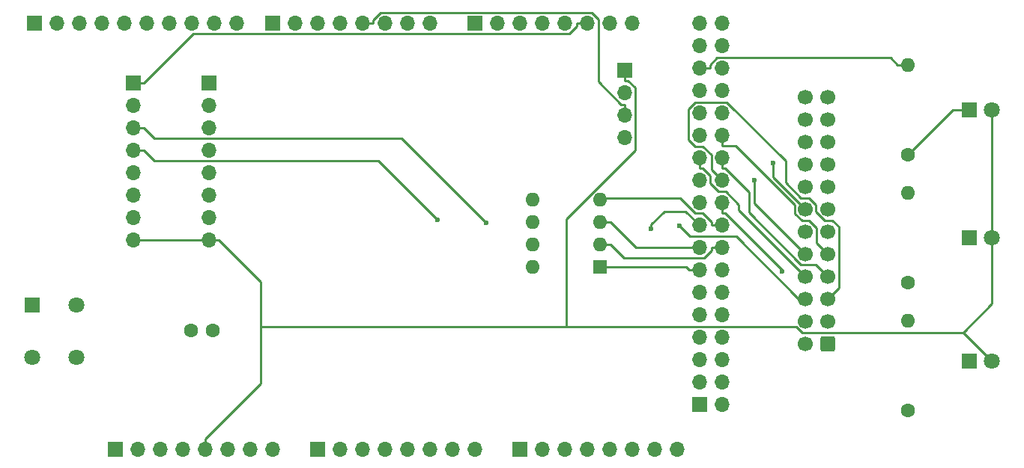
<source format=gbr>
%TF.GenerationSoftware,KiCad,Pcbnew,8.0.3*%
%TF.CreationDate,2024-07-07T09:09:28+10:00*%
%TF.ProjectId,sd-card-shield,73642d63-6172-4642-9d73-6869656c642e,rev?*%
%TF.SameCoordinates,Original*%
%TF.FileFunction,Copper,L1,Top*%
%TF.FilePolarity,Positive*%
%FSLAX46Y46*%
G04 Gerber Fmt 4.6, Leading zero omitted, Abs format (unit mm)*
G04 Created by KiCad (PCBNEW 8.0.3) date 2024-07-07 09:09:28*
%MOMM*%
%LPD*%
G01*
G04 APERTURE LIST*
G04 Aperture macros list*
%AMRoundRect*
0 Rectangle with rounded corners*
0 $1 Rounding radius*
0 $2 $3 $4 $5 $6 $7 $8 $9 X,Y pos of 4 corners*
0 Add a 4 corners polygon primitive as box body*
4,1,4,$2,$3,$4,$5,$6,$7,$8,$9,$2,$3,0*
0 Add four circle primitives for the rounded corners*
1,1,$1+$1,$2,$3*
1,1,$1+$1,$4,$5*
1,1,$1+$1,$6,$7*
1,1,$1+$1,$8,$9*
0 Add four rect primitives between the rounded corners*
20,1,$1+$1,$2,$3,$4,$5,0*
20,1,$1+$1,$4,$5,$6,$7,0*
20,1,$1+$1,$6,$7,$8,$9,0*
20,1,$1+$1,$8,$9,$2,$3,0*%
G04 Aperture macros list end*
%TA.AperFunction,ComponentPad*%
%ADD10R,1.700000X1.700000*%
%TD*%
%TA.AperFunction,ComponentPad*%
%ADD11O,1.700000X1.700000*%
%TD*%
%TA.AperFunction,ComponentPad*%
%ADD12C,1.600000*%
%TD*%
%TA.AperFunction,ComponentPad*%
%ADD13O,1.600000X1.600000*%
%TD*%
%TA.AperFunction,ComponentPad*%
%ADD14R,1.800000X1.800000*%
%TD*%
%TA.AperFunction,ComponentPad*%
%ADD15C,1.800000*%
%TD*%
%TA.AperFunction,ComponentPad*%
%ADD16C,1.700000*%
%TD*%
%TA.AperFunction,ComponentPad*%
%ADD17RoundRect,0.250000X0.600000X0.600000X-0.600000X0.600000X-0.600000X-0.600000X0.600000X-0.600000X0*%
%TD*%
%TA.AperFunction,ComponentPad*%
%ADD18R,1.600000X1.600000*%
%TD*%
%TA.AperFunction,ViaPad*%
%ADD19C,0.600000*%
%TD*%
%TA.AperFunction,Conductor*%
%ADD20C,0.250000*%
%TD*%
G04 APERTURE END LIST*
D10*
%TO.P,J4,1,Pin_1*%
%TO.N,+5V*%
X185500000Y-54500000D03*
D11*
%TO.P,J4,2,Pin_2*%
%TO.N,Net-(J4-Pin_2)*%
X185500000Y-57040000D03*
%TO.P,J4,3,Pin_3*%
%TO.N,Net-(J4-Pin_3)*%
X185500000Y-59580000D03*
%TO.P,J4,4,Pin_4*%
%TO.N,GND*%
X185500000Y-62120000D03*
%TD*%
D10*
%TO.P,P1,1,Pin_1*%
%TO.N,GND*%
X193980000Y-92380000D03*
D11*
%TO.P,P1,2,Pin_2*%
X196520000Y-92380000D03*
%TO.P,P1,3,Pin_3*%
%TO.N,Net-(J1-Pin_5)*%
X193980000Y-89840000D03*
%TO.P,P1,4,Pin_4*%
%TO.N,Net-(J1-Pin_2)*%
X196520000Y-89840000D03*
%TO.P,P1,5,Pin_5*%
%TO.N,Net-(J1-Pin_4)*%
X193980000Y-87300000D03*
%TO.P,P1,6,Pin_6*%
%TO.N,Net-(J1-Pin_3)*%
X196520000Y-87300000D03*
%TO.P,P1,7,Pin_7*%
%TO.N,Net-(J3-Pin_14)*%
X193980000Y-84760000D03*
%TO.P,P1,8,Pin_8*%
%TO.N,Net-(J3-Pin_11)*%
X196520000Y-84760000D03*
%TO.P,P1,9,Pin_9*%
%TO.N,Net-(J3-Pin_16)*%
X193980000Y-82220000D03*
%TO.P,P1,10,Pin_10*%
%TO.N,Net-(J3-Pin_13)*%
X196520000Y-82220000D03*
%TO.P,P1,11,Pin_11*%
%TO.N,Net-(J3-Pin_18)*%
X193980000Y-79680000D03*
%TO.P,P1,12,Pin_12*%
%TO.N,Net-(J3-Pin_17)*%
X196520000Y-79680000D03*
%TO.P,P1,13,Pin_13*%
%TO.N,OPTION_1*%
X193980000Y-77140000D03*
%TO.P,P1,14,Pin_14*%
%TO.N,Net-(J3-Pin_21)*%
X196520000Y-77140000D03*
%TO.P,P1,15,Pin_15*%
%TO.N,OPTION_3*%
X193980000Y-74600000D03*
%TO.P,P1,16,Pin_16*%
%TO.N,OPTION_2*%
X196520000Y-74600000D03*
%TO.P,P1,17,Pin_17*%
%TO.N,GND*%
X193980000Y-72060000D03*
%TO.P,P1,18,Pin_18*%
%TO.N,OPTION_4*%
X196520000Y-72060000D03*
%TO.P,P1,19,Pin_19*%
%TO.N,DATA_1*%
X193980000Y-69520000D03*
%TO.P,P1,20,Pin_20*%
%TO.N,DATA_0*%
X196520000Y-69520000D03*
%TO.P,P1,21,Pin_21*%
%TO.N,DATA_3*%
X193980000Y-66980000D03*
%TO.P,P1,22,Pin_22*%
%TO.N,DATA_2*%
X196520000Y-66980000D03*
%TO.P,P1,23,Pin_23*%
%TO.N,DATA_5*%
X193980000Y-64440000D03*
%TO.P,P1,24,Pin_24*%
%TO.N,DATA_4*%
X196520000Y-64440000D03*
%TO.P,P1,25,Pin_25*%
%TO.N,DATA_7*%
X193980000Y-61900000D03*
%TO.P,P1,26,Pin_26*%
%TO.N,DATA_6*%
X196520000Y-61900000D03*
%TO.P,P1,27,Pin_27*%
%TO.N,unconnected-(P1-Pin_27-Pad27)*%
X193980000Y-59360000D03*
%TO.P,P1,28,Pin_28*%
%TO.N,unconnected-(P1-Pin_28-Pad28)*%
X196520000Y-59360000D03*
%TO.P,P1,29,Pin_29*%
%TO.N,unconnected-(P1-Pin_29-Pad29)*%
X193980000Y-56820000D03*
%TO.P,P1,30,Pin_30*%
%TO.N,unconnected-(P1-Pin_30-Pad30)*%
X196520000Y-56820000D03*
%TO.P,P1,31,Pin_31*%
%TO.N,Net-(P1-Pin_31)*%
X193980000Y-54280000D03*
%TO.P,P1,32,Pin_32*%
%TO.N,unconnected-(P1-Pin_32-Pad32)*%
X196520000Y-54280000D03*
%TO.P,P1,33,Pin_33*%
%TO.N,Net-(P1-Pin_33)*%
X193980000Y-51740000D03*
%TO.P,P1,34,Pin_34*%
%TO.N,Net-(P1-Pin_34)*%
X196520000Y-51740000D03*
%TO.P,P1,35,Pin_35*%
%TO.N,unconnected-(P1-Pin_35-Pad35)*%
X193980000Y-49200000D03*
%TO.P,P1,36,Pin_36*%
%TO.N,unconnected-(P1-Pin_36-Pad36)*%
X196520000Y-49200000D03*
%TD*%
D10*
%TO.P,P2,1,Pin_1*%
%TO.N,unconnected-(P2-Pin_1-Pad1)*%
X127940000Y-97460000D03*
D11*
%TO.P,P2,2,Pin_2*%
%TO.N,unconnected-(P2-Pin_2-Pad2)*%
X130480000Y-97460000D03*
%TO.P,P2,3,Pin_3*%
%TO.N,Net-(P2-Pin_3)*%
X133020000Y-97460000D03*
%TO.P,P2,4,Pin_4*%
%TO.N,+3V3*%
X135560000Y-97460000D03*
%TO.P,P2,5,Pin_5*%
%TO.N,+5V*%
X138100000Y-97460000D03*
%TO.P,P2,6,Pin_6*%
%TO.N,GND*%
X140640000Y-97460000D03*
%TO.P,P2,7,Pin_7*%
X143180000Y-97460000D03*
%TO.P,P2,8,Pin_8*%
%TO.N,+8V*%
X145720000Y-97460000D03*
%TD*%
D10*
%TO.P,P3,1,Pin_1*%
%TO.N,unconnected-(P3-Pin_1-Pad1)*%
X150800000Y-97460000D03*
D11*
%TO.P,P3,2,Pin_2*%
%TO.N,unconnected-(P3-Pin_2-Pad2)*%
X153340000Y-97460000D03*
%TO.P,P3,3,Pin_3*%
%TO.N,unconnected-(P3-Pin_3-Pad3)*%
X155880000Y-97460000D03*
%TO.P,P3,4,Pin_4*%
%TO.N,unconnected-(P3-Pin_4-Pad4)*%
X158420000Y-97460000D03*
%TO.P,P3,5,Pin_5*%
%TO.N,unconnected-(P3-Pin_5-Pad5)*%
X160960000Y-97460000D03*
%TO.P,P3,6,Pin_6*%
%TO.N,unconnected-(P3-Pin_6-Pad6)*%
X163500000Y-97460000D03*
%TO.P,P3,7,Pin_7*%
%TO.N,unconnected-(P3-Pin_7-Pad7)*%
X166040000Y-97460000D03*
%TO.P,P3,8,Pin_8*%
%TO.N,unconnected-(P3-Pin_8-Pad8)*%
X168580000Y-97460000D03*
%TD*%
D10*
%TO.P,P4,1,Pin_1*%
%TO.N,unconnected-(P4-Pin_1-Pad1)*%
X173660000Y-97460000D03*
D11*
%TO.P,P4,2,Pin_2*%
%TO.N,unconnected-(P4-Pin_2-Pad2)*%
X176200000Y-97460000D03*
%TO.P,P4,3,Pin_3*%
%TO.N,unconnected-(P4-Pin_3-Pad3)*%
X178740000Y-97460000D03*
%TO.P,P4,4,Pin_4*%
%TO.N,unconnected-(P4-Pin_4-Pad4)*%
X181280000Y-97460000D03*
%TO.P,P4,5,Pin_5*%
%TO.N,unconnected-(P4-Pin_5-Pad5)*%
X183820000Y-97460000D03*
%TO.P,P4,6,Pin_6*%
%TO.N,unconnected-(P4-Pin_6-Pad6)*%
X186360000Y-97460000D03*
%TO.P,P4,7,Pin_7*%
%TO.N,unconnected-(P4-Pin_7-Pad7)*%
X188900000Y-97460000D03*
%TO.P,P4,8,Pin_8*%
%TO.N,unconnected-(P4-Pin_8-Pad8)*%
X191440000Y-97460000D03*
%TD*%
D10*
%TO.P,P5,1,Pin_1*%
%TO.N,unconnected-(P5-Pin_1-Pad1)*%
X118796000Y-49200000D03*
D11*
%TO.P,P5,2,Pin_2*%
%TO.N,unconnected-(P5-Pin_2-Pad2)*%
X121336000Y-49200000D03*
%TO.P,P5,3,Pin_3*%
%TO.N,unconnected-(P5-Pin_3-Pad3)*%
X123876000Y-49200000D03*
%TO.P,P5,4,Pin_4*%
%TO.N,GND*%
X126416000Y-49200000D03*
%TO.P,P5,5,Pin_5*%
%TO.N,unconnected-(P5-Pin_5-Pad5)*%
X128956000Y-49200000D03*
%TO.P,P5,6,Pin_6*%
%TO.N,unconnected-(P5-Pin_6-Pad6)*%
X131496000Y-49200000D03*
%TO.P,P5,7,Pin_7*%
%TO.N,unconnected-(P5-Pin_7-Pad7)*%
X134036000Y-49200000D03*
%TO.P,P5,8,Pin_8*%
%TO.N,unconnected-(P5-Pin_8-Pad8)*%
X136576000Y-49200000D03*
%TO.P,P5,9,Pin_9*%
%TO.N,unconnected-(P5-Pin_9-Pad9)*%
X139116000Y-49200000D03*
%TO.P,P5,10,Pin_10*%
%TO.N,unconnected-(P5-Pin_10-Pad10)*%
X141656000Y-49200000D03*
%TD*%
D10*
%TO.P,P6,1,Pin_1*%
%TO.N,unconnected-(P6-Pin_1-Pad1)*%
X145720000Y-49200000D03*
D11*
%TO.P,P6,2,Pin_2*%
%TO.N,unconnected-(P6-Pin_2-Pad2)*%
X148260000Y-49200000D03*
%TO.P,P6,3,Pin_3*%
%TO.N,unconnected-(P6-Pin_3-Pad3)*%
X150800000Y-49200000D03*
%TO.P,P6,4,Pin_4*%
%TO.N,unconnected-(P6-Pin_4-Pad4)*%
X153340000Y-49200000D03*
%TO.P,P6,5,Pin_5*%
%TO.N,Net-(J4-Pin_3)*%
X155880000Y-49200000D03*
%TO.P,P6,6,Pin_6*%
%TO.N,Net-(J4-Pin_2)*%
X158420000Y-49200000D03*
%TO.P,P6,7,Pin_7*%
%TO.N,unconnected-(P6-Pin_7-Pad7)*%
X160960000Y-49200000D03*
%TO.P,P6,8,Pin_8*%
%TO.N,unconnected-(P6-Pin_8-Pad8)*%
X163500000Y-49200000D03*
%TD*%
D10*
%TO.P,P7,1,Pin_1*%
%TO.N,unconnected-(P7-Pin_1-Pad1)*%
X168580000Y-49200000D03*
D11*
%TO.P,P7,2,Pin_2*%
%TO.N,unconnected-(P7-Pin_2-Pad2)*%
X171120000Y-49200000D03*
%TO.P,P7,3,Pin_3*%
%TO.N,unconnected-(P7-Pin_3-Pad3)*%
X173660000Y-49200000D03*
%TO.P,P7,4,Pin_4*%
%TO.N,unconnected-(P7-Pin_4-Pad4)*%
X176200000Y-49200000D03*
%TO.P,P7,5,Pin_5*%
%TO.N,unconnected-(P7-Pin_5-Pad5)*%
X178740000Y-49200000D03*
%TO.P,P7,6,Pin_6*%
%TO.N,Net-(J1-Pin_1)*%
X181280000Y-49200000D03*
%TO.P,P7,7,Pin_7*%
%TO.N,Net-(J2-Pin_5)*%
X183820000Y-49200000D03*
%TO.P,P7,8,Pin_8*%
%TO.N,Net-(J2-Pin_6)*%
X186360000Y-49200000D03*
%TD*%
D12*
%TO.P,R3,1*%
%TO.N,Net-(LED3-K)*%
X217500000Y-64080000D03*
D13*
%TO.P,R3,2*%
%TO.N,Net-(P1-Pin_31)*%
X217500000Y-53920000D03*
%TD*%
D12*
%TO.P,R1,1*%
%TO.N,Net-(LED1-K)*%
X217500000Y-93080000D03*
D13*
%TO.P,R1,2*%
%TO.N,Net-(P1-Pin_33)*%
X217500000Y-82920000D03*
%TD*%
D10*
%TO.P,J1,1,Pin_1*%
%TO.N,Net-(J1-Pin_1)*%
X130000000Y-56000000D03*
D11*
%TO.P,J1,2,Pin_2*%
%TO.N,Net-(J1-Pin_2)*%
X130000000Y-58540000D03*
%TO.P,J1,3,Pin_3*%
%TO.N,Net-(J1-Pin_3)*%
X130000000Y-61080000D03*
%TO.P,J1,4,Pin_4*%
%TO.N,Net-(J1-Pin_4)*%
X130000000Y-63620000D03*
%TO.P,J1,5,Pin_5*%
%TO.N,Net-(J1-Pin_5)*%
X130000000Y-66160000D03*
%TO.P,J1,6,Pin_6*%
%TO.N,GND*%
X130000000Y-68700000D03*
%TO.P,J1,7,Pin_7*%
%TO.N,unconnected-(J1-Pin_7-Pad7)*%
X130000000Y-71240000D03*
%TO.P,J1,8,Pin_8*%
%TO.N,+5V*%
X130000000Y-73780000D03*
%TD*%
D14*
%TO.P,SW2,1,1*%
%TO.N,unconnected-(SW2-Pad1)*%
X118577500Y-81077500D03*
D15*
%TO.P,SW2,2,2*%
%TO.N,Net-(P2-Pin_3)*%
X123577500Y-81077500D03*
%TO.P,SW2,3,K*%
%TO.N,GND*%
X118577500Y-87077500D03*
%TO.P,SW2,4,A*%
%TO.N,unconnected-(SW2-A-Pad4)*%
X123577500Y-87077500D03*
%TD*%
D14*
%TO.P,LED1,1,K*%
%TO.N,Net-(LED1-K)*%
X224500000Y-87500000D03*
D15*
%TO.P,LED1,2,A*%
%TO.N,+5V*%
X227040000Y-87500000D03*
%TD*%
D16*
%TO.P,J3,24,Pin_24*%
%TO.N,GND*%
X205960000Y-57560000D03*
%TO.P,J3,23,Pin_23*%
X208500000Y-57560000D03*
%TO.P,J3,22,Pin_22*%
%TO.N,unconnected-(J3-Pin_22-Pad22)*%
X205960000Y-60100000D03*
%TO.P,J3,21,Pin_21*%
%TO.N,Net-(J3-Pin_21)*%
X208500000Y-60100000D03*
%TO.P,J3,20,Pin_20*%
%TO.N,unconnected-(J3-Pin_20-Pad20)*%
X205960000Y-62640000D03*
%TO.P,J3,19,Pin_19*%
%TO.N,unconnected-(J3-Pin_19-Pad19)*%
X208500000Y-62640000D03*
%TO.P,J3,18,Pin_18*%
%TO.N,Net-(J3-Pin_18)*%
X205960000Y-65180000D03*
%TO.P,J3,17,Pin_17*%
%TO.N,Net-(J3-Pin_17)*%
X208500000Y-65180000D03*
%TO.P,J3,16,Pin_16*%
%TO.N,Net-(J3-Pin_16)*%
X205960000Y-67720000D03*
%TO.P,J3,15,Pin_15*%
%TO.N,Net-(J3-Pin_11)*%
X208500000Y-67720000D03*
%TO.P,J3,14,Pin_14*%
%TO.N,Net-(J3-Pin_14)*%
X205960000Y-70260000D03*
%TO.P,J3,13,Pin_13*%
%TO.N,Net-(J3-Pin_13)*%
X208500000Y-70260000D03*
%TO.P,J3,12,Pin_12*%
%TO.N,unconnected-(J3-Pin_12-Pad12)*%
X205960000Y-72800000D03*
%TO.P,J3,11,Pin_11*%
%TO.N,Net-(J3-Pin_11)*%
X208500000Y-72800000D03*
%TO.P,J3,10,Pin_10*%
%TO.N,DATA_7*%
X205960000Y-75340000D03*
%TO.P,J3,9,Pin_9*%
%TO.N,DATA_6*%
X208500000Y-75340000D03*
%TO.P,J3,8,Pin_8*%
%TO.N,DATA_5*%
X205960000Y-77880000D03*
%TO.P,J3,7,Pin_7*%
%TO.N,DATA_4*%
X208500000Y-77880000D03*
%TO.P,J3,6,Pin_6*%
%TO.N,DATA_3*%
X205960000Y-80420000D03*
%TO.P,J3,5,Pin_5*%
%TO.N,DATA_2*%
X208500000Y-80420000D03*
%TO.P,J3,4,Pin_4*%
%TO.N,DATA_1*%
X205960000Y-82960000D03*
%TO.P,J3,3,Pin_3*%
%TO.N,DATA_0*%
X208500000Y-82960000D03*
%TO.P,J3,2,Pin_2*%
%TO.N,unconnected-(J3-Pin_2-Pad2)*%
X205960000Y-85500000D03*
D17*
%TO.P,J3,1,Pin_1*%
%TO.N,unconnected-(J3-Pin_1-Pad1)*%
X208500000Y-85500000D03*
%TD*%
D12*
%TO.P,C1,1*%
%TO.N,Net-(P2-Pin_3)*%
X136500000Y-84000000D03*
%TO.P,C1,2*%
%TO.N,GND*%
X139000000Y-84000000D03*
%TD*%
D10*
%TO.P,J2,1,Pin_1*%
%TO.N,unconnected-(J2-Pin_1-Pad1)*%
X138500000Y-56000000D03*
D11*
%TO.P,J2,2,Pin_2*%
%TO.N,unconnected-(J2-Pin_2-Pad2)*%
X138500000Y-58540000D03*
%TO.P,J2,3,Pin_3*%
%TO.N,unconnected-(J2-Pin_3-Pad3)*%
X138500000Y-61080000D03*
%TO.P,J2,4,Pin_4*%
%TO.N,unconnected-(J2-Pin_4-Pad4)*%
X138500000Y-63620000D03*
%TO.P,J2,5,Pin_5*%
%TO.N,Net-(J2-Pin_5)*%
X138500000Y-66160000D03*
%TO.P,J2,6,Pin_6*%
%TO.N,Net-(J2-Pin_6)*%
X138500000Y-68700000D03*
%TO.P,J2,7,Pin_7*%
%TO.N,GND*%
X138500000Y-71240000D03*
%TO.P,J2,8,Pin_8*%
%TO.N,+5V*%
X138500000Y-73780000D03*
%TD*%
D18*
%TO.P,SW1,1*%
%TO.N,OPTION_1*%
X182767500Y-76800000D03*
D13*
%TO.P,SW1,2*%
%TO.N,OPTION_2*%
X182767500Y-74260000D03*
%TO.P,SW1,3*%
%TO.N,OPTION_3*%
X182767500Y-71720000D03*
%TO.P,SW1,4*%
%TO.N,OPTION_4*%
X182767500Y-69180000D03*
%TO.P,SW1,5*%
%TO.N,GND*%
X175147500Y-69180000D03*
%TO.P,SW1,6*%
X175147500Y-71720000D03*
%TO.P,SW1,7*%
X175147500Y-74260000D03*
%TO.P,SW1,8*%
X175147500Y-76800000D03*
%TD*%
D12*
%TO.P,R2,1*%
%TO.N,Net-(LED2-K)*%
X217500000Y-78580000D03*
D13*
%TO.P,R2,2*%
%TO.N,Net-(P1-Pin_34)*%
X217500000Y-68420000D03*
%TD*%
D14*
%TO.P,LED3,1,K*%
%TO.N,Net-(LED3-K)*%
X224500000Y-59000000D03*
D15*
%TO.P,LED3,2,A*%
%TO.N,+5V*%
X227040000Y-59000000D03*
%TD*%
D14*
%TO.P,LED2,1,K*%
%TO.N,Net-(LED2-K)*%
X224500000Y-73500000D03*
D15*
%TO.P,LED2,2,A*%
%TO.N,+5V*%
X227040000Y-73500000D03*
%TD*%
D19*
%TO.N,Net-(J3-Pin_14)*%
X202334000Y-65000000D03*
%TO.N,Net-(J1-Pin_3)*%
X169883000Y-71842200D03*
%TO.N,Net-(J1-Pin_4)*%
X164333000Y-71437600D03*
%TO.N,DATA_7*%
X200186000Y-67000000D03*
%TO.N,DATA_3*%
X191750000Y-72168900D03*
%TO.N,DATA_0*%
X203313000Y-77325800D03*
%TO.N,GND*%
X188500000Y-72500000D03*
%TD*%
D20*
%TO.N,Net-(LED3-K)*%
X222580000Y-59000000D02*
X217500000Y-64080000D01*
X224500000Y-59000000D02*
X222580000Y-59000000D01*
%TO.N,Net-(J4-Pin_3)*%
X185132300Y-58403300D02*
X185500000Y-58403300D01*
X182549900Y-55820900D02*
X185132300Y-58403300D01*
X182549900Y-48759700D02*
X182549900Y-55820900D01*
X181765100Y-47974900D02*
X182549900Y-48759700D01*
X157914100Y-47974900D02*
X181765100Y-47974900D01*
X157056700Y-48832300D02*
X157914100Y-47974900D01*
X157056700Y-49200000D02*
X157056700Y-48832300D01*
X155880000Y-49200000D02*
X157056700Y-49200000D01*
X185500000Y-59580000D02*
X185500000Y-58403300D01*
%TO.N,Net-(J3-Pin_14)*%
X202334000Y-66634400D02*
X205960000Y-70260000D01*
X202334000Y-65000000D02*
X202334000Y-66634400D01*
%TO.N,Net-(J1-Pin_3)*%
X160298000Y-62256700D02*
X169883000Y-71842200D01*
X132353000Y-62256700D02*
X160298000Y-62256700D01*
X131177000Y-61080000D02*
X132353000Y-62256700D01*
X130000000Y-61080000D02*
X131177000Y-61080000D01*
%TO.N,Net-(J1-Pin_4)*%
X157692000Y-64796700D02*
X164333000Y-71437600D01*
X132353000Y-64796700D02*
X157692000Y-64796700D01*
X131177000Y-63620000D02*
X132353000Y-64796700D01*
X130000000Y-63620000D02*
X131177000Y-63620000D01*
%TO.N,+5V*%
X227040000Y-80959000D02*
X227040000Y-73500000D01*
X223770000Y-84229500D02*
X227040000Y-80959000D01*
X223770000Y-84229500D02*
X227040000Y-87500000D01*
X139677000Y-73780000D02*
X138500000Y-73780000D01*
X144382000Y-78485700D02*
X139677000Y-73780000D01*
X144382000Y-83582400D02*
X144382000Y-78485700D01*
X130000000Y-73780000D02*
X138500000Y-73780000D01*
X144382000Y-90000900D02*
X144382000Y-83582400D01*
X138100000Y-96283300D02*
X144382000Y-90000900D01*
X138100000Y-97460000D02*
X138100000Y-96283300D01*
X227040000Y-73500000D02*
X227040000Y-59000000D01*
X144382000Y-83582400D02*
X178957500Y-83582400D01*
X205565000Y-84229500D02*
X223770000Y-84229500D01*
X204918000Y-83582400D02*
X205565000Y-84229500D01*
X178957500Y-83582400D02*
X204918000Y-83582400D01*
X185867800Y-55676700D02*
X185500000Y-55676700D01*
X186676700Y-56485600D02*
X185867800Y-55676700D01*
X186676700Y-63627500D02*
X186676700Y-56485600D01*
X178957500Y-71346700D02*
X186676700Y-63627500D01*
X178957500Y-83582400D02*
X178957500Y-71346700D01*
X185500000Y-54500000D02*
X185500000Y-55676700D01*
%TO.N,Net-(P1-Pin_31)*%
X195157000Y-54280000D02*
X193980000Y-54280000D01*
X195157000Y-53912200D02*
X195157000Y-54280000D01*
X195966000Y-53103300D02*
X195157000Y-53912200D01*
X215557000Y-53103300D02*
X195966000Y-53103300D01*
X216373000Y-53920000D02*
X215557000Y-53103300D01*
X217500000Y-53920000D02*
X216373000Y-53920000D01*
%TO.N,DATA_6*%
X207230000Y-74070000D02*
X208500000Y-75340000D01*
X207230000Y-72405200D02*
X207230000Y-74070000D01*
X206355000Y-71530000D02*
X207230000Y-72405200D01*
X205568000Y-71530000D02*
X206355000Y-71530000D01*
X204785000Y-70746700D02*
X205568000Y-71530000D01*
X204785000Y-69785000D02*
X204785000Y-70746700D01*
X198077000Y-63076700D02*
X204785000Y-69785000D01*
X196520000Y-63076700D02*
X198077000Y-63076700D01*
X196520000Y-61900000D02*
X196520000Y-63076700D01*
%TO.N,DATA_7*%
X200186000Y-69566000D02*
X205960000Y-75340000D01*
X200186000Y-67000000D02*
X200186000Y-69566000D01*
%TO.N,DATA_4*%
X196520000Y-65616700D02*
X196520000Y-64440000D01*
X196888000Y-65616700D02*
X196520000Y-65616700D01*
X199561000Y-68289700D02*
X196888000Y-65616700D01*
X199561000Y-70621300D02*
X199561000Y-68289700D01*
X205456000Y-76516700D02*
X199561000Y-70621300D01*
X207137000Y-76516700D02*
X205456000Y-76516700D01*
X208500000Y-77880000D02*
X207137000Y-76516700D01*
%TO.N,DATA_5*%
X198427000Y-70346700D02*
X205960000Y-77880000D01*
X198427000Y-69738600D02*
X198427000Y-70346700D01*
X196938000Y-68250000D02*
X198427000Y-69738600D01*
X196125000Y-68250000D02*
X196938000Y-68250000D01*
X195157000Y-67281500D02*
X196125000Y-68250000D01*
X195157000Y-66425600D02*
X195157000Y-67281500D01*
X194348000Y-65616700D02*
X195157000Y-66425600D01*
X193980000Y-65616700D02*
X194348000Y-65616700D01*
X193980000Y-64440000D02*
X193980000Y-65616700D01*
%TO.N,DATA_2*%
X209711000Y-79208900D02*
X208500000Y-80420000D01*
X209711000Y-72252500D02*
X209711000Y-79208900D01*
X208989000Y-71530000D02*
X209711000Y-72252500D01*
X208106000Y-71530000D02*
X208989000Y-71530000D01*
X207137000Y-70560800D02*
X208106000Y-71530000D01*
X207137000Y-69729900D02*
X207137000Y-70560800D01*
X206397000Y-68990000D02*
X207137000Y-69729900D01*
X205447000Y-68990000D02*
X206397000Y-68990000D01*
X203703000Y-67245700D02*
X205447000Y-68990000D01*
X203703000Y-64812800D02*
X203703000Y-67245700D01*
X197068000Y-58178200D02*
X203703000Y-64812800D01*
X193455000Y-58178200D02*
X197068000Y-58178200D01*
X192741000Y-58891600D02*
X193455000Y-58178200D01*
X192741000Y-62382300D02*
X192741000Y-58891600D01*
X193492000Y-63132600D02*
X192741000Y-62382300D01*
X194352000Y-63132600D02*
X193492000Y-63132600D01*
X195343000Y-64124400D02*
X194352000Y-63132600D01*
X195343000Y-65803300D02*
X195343000Y-64124400D01*
X196520000Y-66980000D02*
X195343000Y-65803300D01*
%TO.N,DATA_3*%
X205198000Y-80420000D02*
X205960000Y-80420000D01*
X198108000Y-73330100D02*
X205198000Y-80420000D01*
X192911000Y-73330100D02*
X198108000Y-73330100D01*
X191750000Y-72168900D02*
X192911000Y-73330100D01*
%TO.N,DATA_0*%
X196520000Y-70696700D02*
X196520000Y-69520000D01*
X196858000Y-70696700D02*
X196520000Y-70696700D01*
X203313000Y-77152200D02*
X196858000Y-70696700D01*
X203313000Y-77325800D02*
X203313000Y-77152200D01*
%TO.N,OPTION_4*%
X182948000Y-69000000D02*
X182858000Y-69090000D01*
X191798000Y-69000000D02*
X182948000Y-69000000D01*
X193493000Y-70695000D02*
X191798000Y-69000000D01*
X194346000Y-70695000D02*
X193493000Y-70695000D01*
X195343000Y-71692200D02*
X194346000Y-70695000D01*
X195343000Y-72060000D02*
X195343000Y-71692200D01*
X196520000Y-72060000D02*
X195343000Y-72060000D01*
X182858000Y-69090000D02*
X182768000Y-69180000D01*
X182857500Y-69090000D02*
X182767500Y-69180000D01*
X182858000Y-69090000D02*
X182857500Y-69090000D01*
%TO.N,OPTION_2*%
X183894000Y-74260000D02*
X182768000Y-74260000D01*
X185411000Y-75776700D02*
X183894000Y-74260000D01*
X194534000Y-75776700D02*
X185411000Y-75776700D01*
X195343000Y-74967800D02*
X194534000Y-75776700D01*
X195343000Y-74600000D02*
X195343000Y-74967800D01*
X196520000Y-74600000D02*
X195343000Y-74600000D01*
X182768000Y-74260000D02*
X182767500Y-74260000D01*
%TO.N,OPTION_3*%
X183894000Y-71720000D02*
X182768000Y-71720000D01*
X186774000Y-74600000D02*
X183894000Y-71720000D01*
X193980000Y-74600000D02*
X186774000Y-74600000D01*
X182768000Y-71720000D02*
X182767500Y-71720000D01*
%TO.N,OPTION_1*%
X192463000Y-76800000D02*
X182768000Y-76800000D01*
X192803000Y-77140000D02*
X192463000Y-76800000D01*
X193980000Y-77140000D02*
X192803000Y-77140000D01*
X182768000Y-76800000D02*
X182767500Y-76800000D01*
%TO.N,Net-(J1-Pin_1)*%
X131177000Y-56000000D02*
X130000000Y-56000000D01*
X136800000Y-50376700D02*
X131177000Y-56000000D01*
X179294000Y-50376700D02*
X136800000Y-50376700D01*
X180103000Y-49567800D02*
X179294000Y-50376700D01*
X180103000Y-49200000D02*
X180103000Y-49567800D01*
X181280000Y-49200000D02*
X180103000Y-49200000D01*
%TO.N,GND*%
X188500000Y-72000000D02*
X188500000Y-72500000D01*
X190000000Y-70500000D02*
X188500000Y-72000000D01*
X192420000Y-70500000D02*
X190000000Y-70500000D01*
X193980000Y-72060000D02*
X192420000Y-70500000D01*
%TD*%
M02*

</source>
